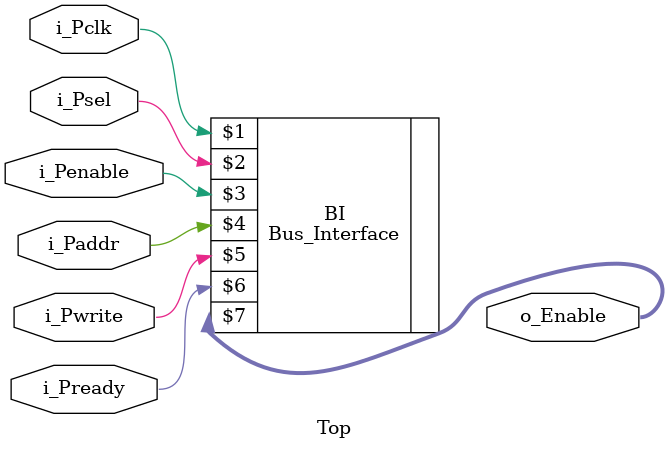
<source format=v>
`include "bus.v"

module Top (
  input         i_Pclk,
  input         i_Psel,
  input         i_Penable, 
  input         i_Paddr, 
  input         i_Pwrite,
  input         i_Pready,
  output   [1:0] o_Enable
  );

  Bus_Interface BI(i_Pclk, i_Psel, i_Penable, i_Paddr, i_Pwrite, i_Pready, o_Enable);

endmodule



</source>
